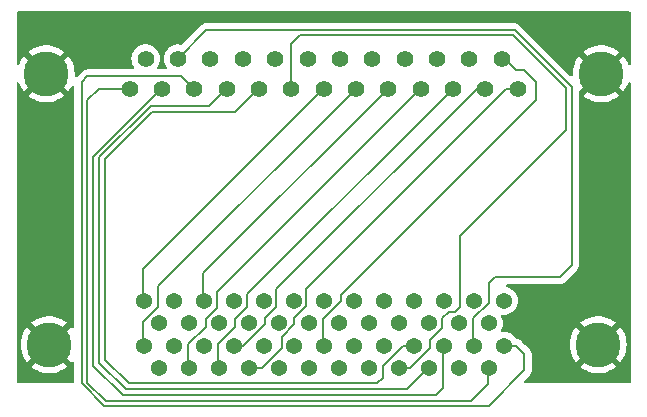
<source format=gtl>
G04 #@! TF.GenerationSoftware,KiCad,Pcbnew,8.0.9*
G04 #@! TF.CreationDate,2025-06-24T22:52:29+09:00*
G04 #@! TF.ProjectId,scsi_d25p50k_adapter,73637369-5f64-4323-9570-35306b5f6164,rev?*
G04 #@! TF.SameCoordinates,Original*
G04 #@! TF.FileFunction,Copper,L1,Top*
G04 #@! TF.FilePolarity,Positive*
%FSLAX46Y46*%
G04 Gerber Fmt 4.6, Leading zero omitted, Abs format (unit mm)*
G04 Created by KiCad (PCBNEW 8.0.9) date 2025-06-24 22:52:29*
%MOMM*%
%LPD*%
G01*
G04 APERTURE LIST*
G04 #@! TA.AperFunction,ComponentPad*
%ADD10C,1.371600*%
G04 #@! TD*
G04 #@! TA.AperFunction,ComponentPad*
%ADD11C,3.810000*%
G04 #@! TD*
G04 #@! TA.AperFunction,ComponentPad*
%ADD12C,1.397000*%
G04 #@! TD*
G04 #@! TA.AperFunction,Conductor*
%ADD13C,0.200000*%
G04 #@! TD*
G04 APERTURE END LIST*
D10*
X130260000Y-115500000D03*
X131530000Y-117405000D03*
X132800000Y-115500000D03*
X134070000Y-117405000D03*
X135340000Y-115500000D03*
X136610000Y-117405000D03*
X137880000Y-115500000D03*
X139150000Y-117405000D03*
X140420000Y-115500000D03*
X141690000Y-117405000D03*
X142960000Y-115500000D03*
X144230000Y-117405000D03*
X145500000Y-115500000D03*
X146770000Y-117405000D03*
X148040000Y-115500000D03*
X149310000Y-117405000D03*
X150580000Y-115500000D03*
X151850000Y-117405000D03*
X153120000Y-115500000D03*
X154390000Y-117405000D03*
X155660000Y-115500000D03*
X156930000Y-117405000D03*
X158200000Y-115500000D03*
X159470000Y-117405000D03*
X160740000Y-115500000D03*
X130260000Y-119310000D03*
X131530000Y-121215000D03*
X132800000Y-119310000D03*
X134070000Y-121215000D03*
X135340000Y-119310000D03*
X136610000Y-121215000D03*
X137880000Y-119310000D03*
X139150000Y-121215000D03*
X140420000Y-119310000D03*
X141690000Y-121215000D03*
X142960000Y-119310000D03*
X144230000Y-121215000D03*
X145500000Y-119310000D03*
X146770000Y-121215000D03*
X148040000Y-119310000D03*
X149310000Y-121215000D03*
X150580000Y-119310000D03*
X151850000Y-121215000D03*
X153120000Y-119310000D03*
X154390000Y-121215000D03*
X155660000Y-119310000D03*
X156930000Y-121215000D03*
X158200000Y-119310000D03*
X159470000Y-121215000D03*
X160740000Y-119310000D03*
D11*
X168741000Y-119208400D03*
X122259000Y-119208400D03*
D12*
X129060002Y-97540000D03*
X131800002Y-97540000D03*
X134540002Y-97540000D03*
X137280001Y-97540000D03*
X140020001Y-97540000D03*
X142760000Y-97540000D03*
X145500000Y-97540000D03*
X148240000Y-97540000D03*
X150979999Y-97540000D03*
X153719999Y-97540000D03*
X156459998Y-97540000D03*
X159199998Y-97540000D03*
X161939998Y-97540000D03*
X130430002Y-95000000D03*
X133170002Y-95000000D03*
X135910001Y-95000000D03*
X138650001Y-95000000D03*
X141390001Y-95000000D03*
X144130000Y-95000000D03*
X146870000Y-95000000D03*
X149609999Y-95000000D03*
X152349999Y-95000000D03*
X155089999Y-95000000D03*
X157829998Y-95000000D03*
X160569998Y-95000000D03*
D11*
X122005000Y-96270000D03*
X168995000Y-96270000D03*
D13*
X134500002Y-97540000D02*
X133460002Y-96500000D01*
X125500000Y-96500000D02*
X125000000Y-97000000D01*
X133460002Y-96500000D02*
X125500000Y-96500000D01*
X162500000Y-121400000D02*
X162500000Y-120000000D01*
X126900000Y-124400000D02*
X159500000Y-124400000D01*
X162500000Y-120000000D02*
X161810000Y-119310000D01*
X161810000Y-119310000D02*
X160700000Y-119310000D01*
X125000000Y-122500000D02*
X126900000Y-124400000D01*
X125000000Y-97000000D02*
X125000000Y-122500000D01*
X159500000Y-124400000D02*
X162500000Y-121400000D01*
X128750000Y-123000000D02*
X152565000Y-123000000D01*
X130865688Y-99000000D02*
X126500000Y-103365688D01*
X126500000Y-103365688D02*
X126500000Y-120750000D01*
X152565000Y-123000000D02*
X154350000Y-121215000D01*
X137240001Y-97540000D02*
X135780001Y-99000000D01*
X126500000Y-120750000D02*
X128750000Y-123000000D01*
X135780001Y-99000000D02*
X130865688Y-99000000D01*
X142720000Y-97540000D02*
X142720000Y-93780000D01*
X166000000Y-101000000D02*
X157000000Y-110000000D01*
X142720000Y-93780000D02*
X143500000Y-93000000D01*
X156080800Y-116419200D02*
X155500000Y-117000000D01*
X161500000Y-93000000D02*
X166000000Y-97500000D01*
X143000000Y-97260000D02*
X142720000Y-97540000D01*
X143500000Y-93000000D02*
X161500000Y-93000000D01*
X157000000Y-110000000D02*
X157000000Y-116027066D01*
X156607866Y-116419200D02*
X156080800Y-116419200D01*
X166000000Y-97500000D02*
X166000000Y-101000000D01*
X154500000Y-118824566D02*
X154500000Y-119500000D01*
X152785000Y-121215000D02*
X151810000Y-121215000D01*
X155500000Y-117000000D02*
X155500000Y-117824566D01*
X155500000Y-117824566D02*
X154500000Y-118824566D01*
X154500000Y-119500000D02*
X152785000Y-121215000D01*
X157000000Y-116027066D02*
X156607866Y-116419200D01*
X125500000Y-98500000D02*
X125500000Y-122434314D01*
X129020002Y-97540000D02*
X126460000Y-97540000D01*
X126460000Y-97540000D02*
X125500000Y-98500000D01*
X159430000Y-122570000D02*
X159430000Y-121215000D01*
X158000000Y-124000000D02*
X159430000Y-122570000D01*
X125500000Y-122434314D02*
X127065686Y-124000000D01*
X127065686Y-124000000D02*
X158000000Y-124000000D01*
X155620000Y-122880000D02*
X155620000Y-119310000D01*
X131760002Y-97540000D02*
X126000000Y-103300002D01*
X155000000Y-123500000D02*
X155620000Y-122880000D01*
X126000000Y-121000000D02*
X128500000Y-123500000D01*
X128500000Y-123500000D02*
X155000000Y-123500000D01*
X126000000Y-103300002D02*
X126000000Y-121000000D01*
X150500000Y-122000000D02*
X150500000Y-121000000D01*
X139980001Y-97540000D02*
X138020001Y-99500000D01*
X138020001Y-99500000D02*
X131000000Y-99500000D01*
X127000000Y-103500000D02*
X127000000Y-120500000D01*
X152190000Y-119310000D02*
X153080000Y-119310000D01*
X131000000Y-99500000D02*
X127000000Y-103500000D01*
X127000000Y-120500000D02*
X129000000Y-122500000D01*
X150500000Y-121000000D02*
X152190000Y-119310000D01*
X129000000Y-122500000D02*
X150000000Y-122500000D01*
X150000000Y-122500000D02*
X150500000Y-122000000D01*
X159159998Y-97540000D02*
X158460000Y-97540000D01*
X141500000Y-114500000D02*
X141500000Y-116000000D01*
X141500000Y-116000000D02*
X140500000Y-117000000D01*
X138690000Y-119310000D02*
X137840000Y-119310000D01*
X140500000Y-117500000D02*
X138690000Y-119310000D01*
X140500000Y-117000000D02*
X140500000Y-117500000D01*
X158460000Y-97540000D02*
X141500000Y-114500000D01*
X135300000Y-113179999D02*
X135300000Y-115500000D01*
X150939999Y-97540000D02*
X135300000Y-113179999D01*
X135500000Y-117715868D02*
X134030000Y-119185868D01*
X136500000Y-116080868D02*
X135500000Y-117080868D01*
X136500000Y-114719999D02*
X136500000Y-116080868D01*
X153679999Y-97540000D02*
X136500000Y-114719999D01*
X135500000Y-117080868D02*
X135500000Y-117715868D01*
X134030000Y-119185868D02*
X134030000Y-121215000D01*
X121965000Y-118954400D02*
X122219000Y-119208400D01*
X168955000Y-118954400D02*
X168701000Y-119208400D01*
X145460000Y-97540000D02*
X130220000Y-112780000D01*
X130220000Y-112780000D02*
X130220000Y-115500000D01*
X131500000Y-116000868D02*
X130220000Y-117280868D01*
X130220000Y-117280868D02*
X130220000Y-119310000D01*
X131500000Y-114240000D02*
X131500000Y-116000868D01*
X148200000Y-97540000D02*
X131500000Y-114240000D01*
X163500000Y-97000000D02*
X163500000Y-98500000D01*
X162500000Y-96000000D02*
X163500000Y-97000000D01*
X145460000Y-117040000D02*
X145460000Y-119310000D01*
X161000000Y-95227909D02*
X161040000Y-95227909D01*
X147000000Y-115000000D02*
X147000000Y-115500000D01*
X147000000Y-115500000D02*
X145460000Y-117040000D01*
X160772091Y-95000000D02*
X161000000Y-95227909D01*
X161812091Y-96000000D02*
X162500000Y-96000000D01*
X163500000Y-98500000D02*
X147000000Y-115000000D01*
X161040000Y-95227909D02*
X161812091Y-96000000D01*
X160529998Y-95000000D02*
X160772091Y-95000000D01*
X143000000Y-116974200D02*
X143000000Y-117500000D01*
X140285000Y-121215000D02*
X139110000Y-121215000D01*
X143000000Y-117500000D02*
X141974200Y-118525800D01*
X144000000Y-115974200D02*
X143000000Y-116974200D01*
X161899998Y-97540000D02*
X160960000Y-97540000D01*
X141974200Y-119525800D02*
X140285000Y-121215000D01*
X141974200Y-118525800D02*
X141974200Y-119525800D01*
X160960000Y-97540000D02*
X144000000Y-114500000D01*
X144000000Y-114500000D02*
X144000000Y-115974200D01*
X161665686Y-92600000D02*
X166500000Y-97434314D01*
X159500000Y-114000000D02*
X159500000Y-115660000D01*
X166500000Y-97434314D02*
X166500000Y-112500000D01*
X165500000Y-113500000D02*
X160000000Y-113500000D01*
X159500000Y-115660000D02*
X158160000Y-117000000D01*
X158160000Y-117000000D02*
X158160000Y-119310000D01*
X135530002Y-92600000D02*
X161665686Y-92600000D01*
X133130002Y-95000000D02*
X135530002Y-92600000D01*
X166500000Y-112500000D02*
X165500000Y-113500000D01*
X160000000Y-113500000D02*
X159500000Y-114000000D01*
X156419998Y-97540000D02*
X139000000Y-114959998D01*
X138000000Y-117055800D02*
X138000000Y-117755868D01*
X139000000Y-116055800D02*
X138000000Y-117055800D01*
X139000000Y-114959998D02*
X139000000Y-116055800D01*
X138000000Y-117755868D02*
X136570000Y-119185868D01*
X136570000Y-119185868D02*
X136570000Y-121215000D01*
G04 #@! TA.AperFunction,Conductor*
G36*
X119705203Y-97032339D02*
G01*
X119741931Y-97087734D01*
X119764466Y-97157092D01*
X119764468Y-97157096D01*
X119893313Y-97430904D01*
X119893317Y-97430910D01*
X120055460Y-97686408D01*
X120136761Y-97784684D01*
X120674236Y-97247209D01*
X120745688Y-97345554D01*
X120929446Y-97529312D01*
X121027788Y-97600762D01*
X120487984Y-98140566D01*
X120487985Y-98140568D01*
X120713786Y-98304621D01*
X120978983Y-98450415D01*
X120978984Y-98450416D01*
X121260340Y-98561811D01*
X121553457Y-98637071D01*
X121553466Y-98637073D01*
X121853678Y-98674999D01*
X121853692Y-98675000D01*
X122156308Y-98675000D01*
X122156321Y-98674999D01*
X122456533Y-98637073D01*
X122456542Y-98637071D01*
X122749659Y-98561811D01*
X123031015Y-98450416D01*
X123031016Y-98450415D01*
X123296208Y-98304624D01*
X123522013Y-98140567D01*
X123522014Y-98140566D01*
X122982210Y-97600762D01*
X123080554Y-97529312D01*
X123264312Y-97345554D01*
X123335763Y-97247210D01*
X123873237Y-97784684D01*
X123954536Y-97686413D01*
X124116682Y-97430910D01*
X124116686Y-97430904D01*
X124163302Y-97331841D01*
X124209657Y-97279563D01*
X124276917Y-97260646D01*
X124343727Y-97281095D01*
X124388876Y-97334419D01*
X124399500Y-97384638D01*
X124399500Y-117678398D01*
X124379815Y-117745437D01*
X124327011Y-117791192D01*
X124257853Y-117801136D01*
X124194297Y-117772111D01*
X124179957Y-117757439D01*
X124127237Y-117693713D01*
X123589762Y-118231188D01*
X123518312Y-118132846D01*
X123334554Y-117949088D01*
X123236209Y-117877636D01*
X123776014Y-117337832D01*
X123776013Y-117337830D01*
X123550213Y-117173778D01*
X123285016Y-117027984D01*
X123285015Y-117027983D01*
X123003659Y-116916588D01*
X122710542Y-116841328D01*
X122710533Y-116841326D01*
X122410321Y-116803400D01*
X122107678Y-116803400D01*
X121807466Y-116841326D01*
X121807457Y-116841328D01*
X121514340Y-116916588D01*
X121232984Y-117027983D01*
X121232983Y-117027984D01*
X120967789Y-117173777D01*
X120967777Y-117173784D01*
X120741985Y-117337831D01*
X120741984Y-117337832D01*
X121281789Y-117877637D01*
X121183446Y-117949088D01*
X120999688Y-118132846D01*
X120928237Y-118231189D01*
X120390761Y-117693713D01*
X120309463Y-117791986D01*
X120147317Y-118047489D01*
X120147313Y-118047495D01*
X120018468Y-118321303D01*
X120018466Y-118321308D01*
X119924953Y-118609113D01*
X119868246Y-118906381D01*
X119868245Y-118906388D01*
X119849245Y-119208394D01*
X119849245Y-119208405D01*
X119868245Y-119510411D01*
X119868246Y-119510418D01*
X119924953Y-119807686D01*
X120018466Y-120095491D01*
X120018468Y-120095496D01*
X120147313Y-120369304D01*
X120147317Y-120369310D01*
X120309460Y-120624808D01*
X120390761Y-120723084D01*
X120928236Y-120185609D01*
X120999688Y-120283954D01*
X121183446Y-120467712D01*
X121281788Y-120539162D01*
X120741984Y-121078966D01*
X120741985Y-121078968D01*
X120967786Y-121243021D01*
X121232983Y-121388815D01*
X121232984Y-121388816D01*
X121514340Y-121500211D01*
X121807457Y-121575471D01*
X121807466Y-121575473D01*
X122107678Y-121613399D01*
X122107692Y-121613400D01*
X122410308Y-121613400D01*
X122410321Y-121613399D01*
X122710533Y-121575473D01*
X122710542Y-121575471D01*
X123003659Y-121500211D01*
X123285015Y-121388816D01*
X123285016Y-121388815D01*
X123550208Y-121243024D01*
X123776013Y-121078967D01*
X123776014Y-121078966D01*
X123236210Y-120539162D01*
X123334554Y-120467712D01*
X123518312Y-120283954D01*
X123589763Y-120185610D01*
X124127237Y-120723084D01*
X124179957Y-120659359D01*
X124237857Y-120620253D01*
X124307709Y-120618657D01*
X124367334Y-120655080D01*
X124397803Y-120717956D01*
X124399500Y-120738401D01*
X124399500Y-122376000D01*
X124379815Y-122443039D01*
X124327011Y-122488794D01*
X124275500Y-122500000D01*
X119624000Y-122500000D01*
X119556961Y-122480315D01*
X119511206Y-122427511D01*
X119500000Y-122376000D01*
X119500000Y-97126052D01*
X119519685Y-97059013D01*
X119572489Y-97013258D01*
X119641647Y-97003314D01*
X119705203Y-97032339D01*
G37*
G04 #@! TD.AperFunction*
G04 #@! TA.AperFunction,Conductor*
G36*
X171430711Y-97014774D02*
G01*
X171482187Y-97062018D01*
X171500000Y-97126052D01*
X171500000Y-122376000D01*
X171480315Y-122443039D01*
X171427511Y-122488794D01*
X171376000Y-122500000D01*
X162548598Y-122500000D01*
X162481559Y-122480315D01*
X162435804Y-122427511D01*
X162425860Y-122358353D01*
X162454885Y-122294797D01*
X162460917Y-122288319D01*
X162623613Y-122125623D01*
X162980520Y-121768716D01*
X163059577Y-121631784D01*
X163100501Y-121479057D01*
X163100501Y-121320942D01*
X163100501Y-121313347D01*
X163100500Y-121313329D01*
X163100500Y-119920943D01*
X163096042Y-119904308D01*
X163096041Y-119904303D01*
X163089534Y-119880018D01*
X163089534Y-119880019D01*
X163059577Y-119768216D01*
X163059573Y-119768209D01*
X162980524Y-119631290D01*
X162980521Y-119631286D01*
X162980520Y-119631284D01*
X162868716Y-119519480D01*
X162868715Y-119519479D01*
X162864385Y-119515149D01*
X162864374Y-119515139D01*
X162557629Y-119208394D01*
X166331245Y-119208394D01*
X166331245Y-119208405D01*
X166350245Y-119510411D01*
X166350246Y-119510418D01*
X166406953Y-119807686D01*
X166500466Y-120095491D01*
X166500468Y-120095496D01*
X166629313Y-120369304D01*
X166629317Y-120369310D01*
X166791460Y-120624808D01*
X166872761Y-120723084D01*
X167410236Y-120185609D01*
X167481688Y-120283954D01*
X167665446Y-120467712D01*
X167763788Y-120539162D01*
X167223984Y-121078966D01*
X167223985Y-121078968D01*
X167449786Y-121243021D01*
X167714983Y-121388815D01*
X167714984Y-121388816D01*
X167996340Y-121500211D01*
X168289457Y-121575471D01*
X168289466Y-121575473D01*
X168589678Y-121613399D01*
X168589692Y-121613400D01*
X168892308Y-121613400D01*
X168892321Y-121613399D01*
X169192533Y-121575473D01*
X169192542Y-121575471D01*
X169485659Y-121500211D01*
X169767015Y-121388816D01*
X169767016Y-121388815D01*
X170032208Y-121243024D01*
X170258013Y-121078967D01*
X170258014Y-121078966D01*
X169718210Y-120539162D01*
X169816554Y-120467712D01*
X170000312Y-120283954D01*
X170071763Y-120185610D01*
X170609237Y-120723084D01*
X170690536Y-120624813D01*
X170852682Y-120369310D01*
X170852686Y-120369304D01*
X170981531Y-120095496D01*
X170981533Y-120095491D01*
X171075046Y-119807686D01*
X171131753Y-119510418D01*
X171131754Y-119510411D01*
X171150755Y-119208405D01*
X171150755Y-119208394D01*
X171131754Y-118906388D01*
X171131753Y-118906381D01*
X171075046Y-118609113D01*
X170981533Y-118321308D01*
X170981531Y-118321303D01*
X170852686Y-118047495D01*
X170852682Y-118047489D01*
X170690539Y-117791991D01*
X170609236Y-117693713D01*
X170071761Y-118231188D01*
X170000312Y-118132846D01*
X169816554Y-117949088D01*
X169718209Y-117877636D01*
X170258014Y-117337832D01*
X170258013Y-117337830D01*
X170032213Y-117173778D01*
X169767016Y-117027984D01*
X169767015Y-117027983D01*
X169485659Y-116916588D01*
X169192542Y-116841328D01*
X169192533Y-116841326D01*
X168892321Y-116803400D01*
X168589678Y-116803400D01*
X168289466Y-116841326D01*
X168289457Y-116841328D01*
X167996340Y-116916588D01*
X167714984Y-117027983D01*
X167714983Y-117027984D01*
X167449789Y-117173777D01*
X167449777Y-117173784D01*
X167223985Y-117337831D01*
X167223984Y-117337832D01*
X167763789Y-117877637D01*
X167665446Y-117949088D01*
X167481688Y-118132846D01*
X167410237Y-118231189D01*
X166872761Y-117693713D01*
X166791463Y-117791986D01*
X166629317Y-118047489D01*
X166629313Y-118047495D01*
X166500468Y-118321303D01*
X166500466Y-118321308D01*
X166406953Y-118609113D01*
X166350246Y-118906381D01*
X166350245Y-118906388D01*
X166331245Y-119208394D01*
X162557629Y-119208394D01*
X162297590Y-118948355D01*
X162297588Y-118948352D01*
X162178717Y-118829481D01*
X162178716Y-118829480D01*
X162091904Y-118779360D01*
X162091904Y-118779359D01*
X162091900Y-118779358D01*
X162041785Y-118750423D01*
X161889057Y-118709499D01*
X161889054Y-118709499D01*
X161834826Y-118709499D01*
X161767787Y-118689814D01*
X161735872Y-118660225D01*
X161620445Y-118507374D01*
X161620442Y-118507371D01*
X161457968Y-118359257D01*
X161431854Y-118343088D01*
X161271046Y-118243519D01*
X161271044Y-118243518D01*
X161200282Y-118216105D01*
X161066037Y-118164098D01*
X160849927Y-118123700D01*
X160637630Y-118123700D01*
X160570591Y-118104015D01*
X160524836Y-118051211D01*
X160514892Y-117982053D01*
X160526630Y-117944428D01*
X160580930Y-117835379D01*
X160580931Y-117835377D01*
X160641096Y-117623916D01*
X160661382Y-117405000D01*
X160641096Y-117186084D01*
X160580931Y-116974623D01*
X160526630Y-116865572D01*
X160514369Y-116796787D01*
X160541242Y-116732292D01*
X160598717Y-116692564D01*
X160637630Y-116686300D01*
X160849925Y-116686300D01*
X160849927Y-116686300D01*
X161066037Y-116645902D01*
X161271045Y-116566481D01*
X161457968Y-116450743D01*
X161620442Y-116302629D01*
X161752933Y-116127182D01*
X161850931Y-115930377D01*
X161911096Y-115718916D01*
X161931382Y-115500000D01*
X161911096Y-115281084D01*
X161850931Y-115069623D01*
X161850930Y-115069620D01*
X161752936Y-114872823D01*
X161752931Y-114872815D01*
X161718468Y-114827179D01*
X161620442Y-114697371D01*
X161457968Y-114549257D01*
X161377359Y-114499346D01*
X161271046Y-114433519D01*
X161271044Y-114433518D01*
X161159087Y-114390146D01*
X161066037Y-114354098D01*
X161024791Y-114346387D01*
X160962513Y-114314721D01*
X160927240Y-114254409D01*
X160930174Y-114184600D01*
X160970383Y-114127460D01*
X161035101Y-114101129D01*
X161047579Y-114100500D01*
X165413331Y-114100500D01*
X165413347Y-114100501D01*
X165420943Y-114100501D01*
X165579054Y-114100501D01*
X165579057Y-114100501D01*
X165731785Y-114059577D01*
X165781904Y-114030639D01*
X165868716Y-113980520D01*
X165980520Y-113868716D01*
X165980520Y-113868714D01*
X165990728Y-113858507D01*
X165990729Y-113858504D01*
X166980520Y-112868716D01*
X167059577Y-112731784D01*
X167100501Y-112579057D01*
X167100501Y-112420942D01*
X167100501Y-112413347D01*
X167100500Y-112413329D01*
X167100500Y-97862308D01*
X167120185Y-97795269D01*
X167136819Y-97774627D01*
X167664236Y-97247209D01*
X167735688Y-97345554D01*
X167919446Y-97529312D01*
X168017788Y-97600762D01*
X167477984Y-98140566D01*
X167477985Y-98140568D01*
X167703786Y-98304621D01*
X167968983Y-98450415D01*
X167968984Y-98450416D01*
X168250340Y-98561811D01*
X168543457Y-98637071D01*
X168543466Y-98637073D01*
X168843678Y-98674999D01*
X168843692Y-98675000D01*
X169146308Y-98675000D01*
X169146321Y-98674999D01*
X169446533Y-98637073D01*
X169446542Y-98637071D01*
X169739659Y-98561811D01*
X170021015Y-98450416D01*
X170021016Y-98450415D01*
X170286208Y-98304624D01*
X170512013Y-98140567D01*
X170512014Y-98140566D01*
X169972210Y-97600762D01*
X170070554Y-97529312D01*
X170254312Y-97345554D01*
X170325763Y-97247210D01*
X170863237Y-97784684D01*
X170944536Y-97686413D01*
X171106682Y-97430910D01*
X171106686Y-97430904D01*
X171235531Y-97157096D01*
X171235533Y-97157092D01*
X171258069Y-97087734D01*
X171297506Y-97030059D01*
X171361865Y-97002860D01*
X171430711Y-97014774D01*
G37*
G04 #@! TD.AperFunction*
G04 #@! TA.AperFunction,Conductor*
G36*
X171443039Y-91019685D02*
G01*
X171488794Y-91072489D01*
X171500000Y-91124000D01*
X171500000Y-95413947D01*
X171480315Y-95480986D01*
X171427511Y-95526741D01*
X171358353Y-95536685D01*
X171294797Y-95507660D01*
X171258069Y-95452265D01*
X171235533Y-95382908D01*
X171235531Y-95382903D01*
X171106686Y-95109095D01*
X171106682Y-95109089D01*
X170944539Y-94853591D01*
X170863236Y-94755313D01*
X170325761Y-95292788D01*
X170254312Y-95194446D01*
X170070554Y-95010688D01*
X169972209Y-94939236D01*
X170512014Y-94399432D01*
X170512013Y-94399430D01*
X170286213Y-94235378D01*
X170021016Y-94089584D01*
X170021015Y-94089583D01*
X169739659Y-93978188D01*
X169446542Y-93902928D01*
X169446533Y-93902926D01*
X169146321Y-93865000D01*
X168843678Y-93865000D01*
X168543466Y-93902926D01*
X168543457Y-93902928D01*
X168250340Y-93978188D01*
X167968984Y-94089583D01*
X167968983Y-94089584D01*
X167703789Y-94235377D01*
X167703777Y-94235384D01*
X167477985Y-94399431D01*
X167477984Y-94399432D01*
X168017789Y-94939237D01*
X167919446Y-95010688D01*
X167735688Y-95194446D01*
X167664237Y-95292789D01*
X167126761Y-94755313D01*
X167045463Y-94853586D01*
X166883317Y-95109089D01*
X166883313Y-95109095D01*
X166754468Y-95382903D01*
X166754466Y-95382908D01*
X166660953Y-95670713D01*
X166604246Y-95967981D01*
X166604245Y-95967988D01*
X166585245Y-96269994D01*
X166585245Y-96270006D01*
X166591516Y-96369693D01*
X166576080Y-96437836D01*
X166526252Y-96486816D01*
X166457855Y-96501082D01*
X166392602Y-96476104D01*
X166380080Y-96465159D01*
X162153276Y-92238355D01*
X162153274Y-92238352D01*
X162034403Y-92119481D01*
X162034402Y-92119480D01*
X161947590Y-92069360D01*
X161947590Y-92069359D01*
X161947586Y-92069358D01*
X161897471Y-92040423D01*
X161744743Y-91999499D01*
X161586629Y-91999499D01*
X161579033Y-91999499D01*
X161579017Y-91999500D01*
X135616672Y-91999500D01*
X135616656Y-91999499D01*
X135609060Y-91999499D01*
X135450945Y-91999499D01*
X135374581Y-92019961D01*
X135298216Y-92040423D01*
X135298211Y-92040426D01*
X135161292Y-92119475D01*
X135161284Y-92119481D01*
X133494696Y-93786069D01*
X133433373Y-93819554D01*
X133384231Y-93820277D01*
X133356908Y-93815169D01*
X133281106Y-93801000D01*
X133058898Y-93801000D01*
X132840474Y-93841830D01*
X132796006Y-93859057D01*
X132633274Y-93922099D01*
X132633268Y-93922102D01*
X132444348Y-94039076D01*
X132444346Y-94039078D01*
X132280135Y-94188775D01*
X132146224Y-94366103D01*
X132047182Y-94565005D01*
X132047176Y-94565020D01*
X131986368Y-94778738D01*
X131986367Y-94778740D01*
X131965865Y-94999999D01*
X131965865Y-95000000D01*
X131986367Y-95221259D01*
X131986368Y-95221261D01*
X132047176Y-95434979D01*
X132047182Y-95434994D01*
X132146224Y-95633896D01*
X132196727Y-95700773D01*
X132221419Y-95766135D01*
X132206854Y-95834469D01*
X132157656Y-95884082D01*
X132097773Y-95899500D01*
X131502231Y-95899500D01*
X131435192Y-95879815D01*
X131389437Y-95827011D01*
X131379493Y-95757853D01*
X131403277Y-95700773D01*
X131425977Y-95670713D01*
X131453780Y-95633896D01*
X131552826Y-95434984D01*
X131613636Y-95221260D01*
X131634139Y-95000000D01*
X131613636Y-94778740D01*
X131552826Y-94565016D01*
X131552820Y-94565004D01*
X131470375Y-94399432D01*
X131453780Y-94366104D01*
X131319870Y-94188778D01*
X131319868Y-94188775D01*
X131155657Y-94039078D01*
X131155655Y-94039076D01*
X130966735Y-93922102D01*
X130966729Y-93922099D01*
X130859082Y-93880397D01*
X130759530Y-93841830D01*
X130541106Y-93801000D01*
X130318898Y-93801000D01*
X130100474Y-93841830D01*
X130056006Y-93859057D01*
X129893274Y-93922099D01*
X129893268Y-93922102D01*
X129704348Y-94039076D01*
X129704346Y-94039078D01*
X129540135Y-94188775D01*
X129406224Y-94366103D01*
X129307182Y-94565005D01*
X129307176Y-94565020D01*
X129246368Y-94778738D01*
X129246367Y-94778740D01*
X129225865Y-94999999D01*
X129225865Y-95000000D01*
X129246367Y-95221259D01*
X129246368Y-95221261D01*
X129307176Y-95434979D01*
X129307182Y-95434994D01*
X129406224Y-95633896D01*
X129456727Y-95700773D01*
X129481419Y-95766135D01*
X129466854Y-95834469D01*
X129417656Y-95884082D01*
X129357773Y-95899500D01*
X125586670Y-95899500D01*
X125586654Y-95899499D01*
X125579058Y-95899499D01*
X125420943Y-95899499D01*
X125344579Y-95919961D01*
X125268214Y-95940423D01*
X125268209Y-95940426D01*
X125131290Y-96019475D01*
X125131282Y-96019481D01*
X124615509Y-96535254D01*
X124554186Y-96568739D01*
X124484494Y-96563755D01*
X124428561Y-96521883D01*
X124404144Y-96456419D01*
X124404073Y-96439787D01*
X124414755Y-96270005D01*
X124414755Y-96269994D01*
X124395754Y-95967988D01*
X124395753Y-95967981D01*
X124339046Y-95670713D01*
X124245533Y-95382908D01*
X124245531Y-95382903D01*
X124116686Y-95109095D01*
X124116682Y-95109089D01*
X123954539Y-94853591D01*
X123873236Y-94755313D01*
X123335761Y-95292788D01*
X123264312Y-95194446D01*
X123080554Y-95010688D01*
X122982209Y-94939236D01*
X123522014Y-94399432D01*
X123522013Y-94399430D01*
X123296213Y-94235378D01*
X123031016Y-94089584D01*
X123031015Y-94089583D01*
X122749659Y-93978188D01*
X122456542Y-93902928D01*
X122456533Y-93902926D01*
X122156321Y-93865000D01*
X121853678Y-93865000D01*
X121553466Y-93902926D01*
X121553457Y-93902928D01*
X121260340Y-93978188D01*
X120978984Y-94089583D01*
X120978983Y-94089584D01*
X120713789Y-94235377D01*
X120713777Y-94235384D01*
X120487985Y-94399431D01*
X120487984Y-94399432D01*
X121027789Y-94939237D01*
X120929446Y-95010688D01*
X120745688Y-95194446D01*
X120674237Y-95292789D01*
X120136761Y-94755313D01*
X120055463Y-94853586D01*
X119893317Y-95109089D01*
X119893313Y-95109095D01*
X119764468Y-95382903D01*
X119764466Y-95382908D01*
X119741931Y-95452265D01*
X119702493Y-95509941D01*
X119638135Y-95537139D01*
X119569289Y-95525224D01*
X119517813Y-95477980D01*
X119500000Y-95413947D01*
X119500000Y-91124000D01*
X119519685Y-91056961D01*
X119572489Y-91011206D01*
X119624000Y-91000000D01*
X171376000Y-91000000D01*
X171443039Y-91019685D01*
G37*
G04 #@! TD.AperFunction*
M02*

</source>
